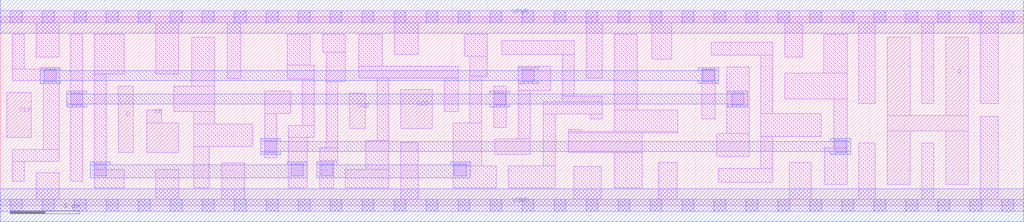
<source format=lef>
# Copyright 2020 The SkyWater PDK Authors
#
# Licensed under the Apache License, Version 2.0 (the "License");
# you may not use this file except in compliance with the License.
# You may obtain a copy of the License at
#
#     https://www.apache.org/licenses/LICENSE-2.0
#
# Unless required by applicable law or agreed to in writing, software
# distributed under the License is distributed on an "AS IS" BASIS,
# WITHOUT WARRANTIES OR CONDITIONS OF ANY KIND, either express or implied.
# See the License for the specific language governing permissions and
# limitations under the License.
#
# SPDX-License-Identifier: Apache-2.0

VERSION 5.7 ;
  NAMESCASESENSITIVE ON ;
  NOWIREEXTENSIONATPIN ON ;
  DIVIDERCHAR "/" ;
  BUSBITCHARS "[]" ;
UNITS
  DATABASE MICRONS 200 ;
END UNITS
MACRO sky130_fd_sc_hd__sedfxtp_4
  CLASS CORE ;
  SOURCE USER ;
  FOREIGN sky130_fd_sc_hd__sedfxtp_4 ;
  ORIGIN  0.000000  0.000000 ;
  SIZE  14.72000 BY  2.720000 ;
  SYMMETRY X Y R90 ;
  SITE unithd ;
  PIN D
    ANTENNAGATEAREA  0.159000 ;
    DIRECTION INPUT ;
    USE SIGNAL ;
    PORT
      LAYER li1 ;
        RECT 1.695000 0.765000 1.915000 1.720000 ;
    END
  END D
  PIN DE
    ANTENNAGATEAREA  0.318000 ;
    DIRECTION INPUT ;
    USE SIGNAL ;
    PORT
      LAYER li1 ;
        RECT 2.110000 0.765000 2.565000 1.185000 ;
        RECT 2.110000 1.185000 2.325000 1.370000 ;
    END
  END DE
  PIN Q
    ANTENNADIFFAREA  0.891000 ;
    DIRECTION OUTPUT ;
    USE SIGNAL ;
    PORT
      LAYER li1 ;
        RECT 12.755000 0.305000 13.085000 1.070000 ;
        RECT 12.755000 1.070000 13.925000 1.295000 ;
        RECT 12.755000 1.295000 13.085000 2.420000 ;
        RECT 13.595000 0.305000 13.925000 1.070000 ;
        RECT 13.595000 1.295000 13.925000 2.420000 ;
    END
  END Q
  PIN SCD
    ANTENNAGATEAREA  0.159000 ;
    DIRECTION INPUT ;
    USE SIGNAL ;
    PORT
      LAYER li1 ;
        RECT 5.760000 1.105000 6.215000 1.665000 ;
    END
  END SCD
  PIN SCE
    ANTENNAGATEAREA  0.318000 ;
    DIRECTION INPUT ;
    USE SIGNAL ;
    PORT
      LAYER li1 ;
        RECT 5.025000 1.105000 5.250000 1.615000 ;
    END
  END SCE
  PIN CLK
    ANTENNAGATEAREA  0.159000 ;
    DIRECTION INPUT ;
    USE CLOCK ;
    PORT
      LAYER li1 ;
        RECT 0.095000 0.975000 0.445000 1.625000 ;
    END
  END CLK
  PIN VGND
    DIRECTION INOUT ;
    SHAPE ABUTMENT ;
    USE GROUND ;
    PORT
      LAYER met1 ;
        RECT 0.000000 -0.240000 14.720000 0.240000 ;
    END
  END VGND
  PIN VPWR
    DIRECTION INOUT ;
    SHAPE ABUTMENT ;
    USE POWER ;
    PORT
      LAYER met1 ;
        RECT 0.000000 2.480000 14.720000 2.960000 ;
    END
  END VPWR
  OBS
    LAYER li1 ;
      RECT  0.000000 -0.085000 14.720000 0.085000 ;
      RECT  0.000000  2.635000 14.720000 2.805000 ;
      RECT  0.175000  0.345000  0.345000 0.635000 ;
      RECT  0.175000  0.635000  0.845000 0.805000 ;
      RECT  0.175000  1.795000  0.845000 1.965000 ;
      RECT  0.175000  1.965000  0.345000 2.465000 ;
      RECT  0.515000  0.085000  0.845000 0.465000 ;
      RECT  0.515000  2.135000  0.845000 2.635000 ;
      RECT  0.615000  0.805000  0.845000 1.795000 ;
      RECT  1.015000  0.345000  1.185000 2.465000 ;
      RECT  1.355000  0.255000  1.785000 0.515000 ;
      RECT  1.355000  0.515000  1.525000 1.890000 ;
      RECT  1.355000  1.890000  1.785000 2.465000 ;
      RECT  2.235000  0.085000  2.565000 0.515000 ;
      RECT  2.235000  1.890000  2.565000 2.635000 ;
      RECT  2.495000  1.355000  3.085000 1.720000 ;
      RECT  2.755000  1.720000  3.085000 2.425000 ;
      RECT  2.780000  0.255000  3.005000 0.845000 ;
      RECT  2.780000  0.845000  3.635000 1.175000 ;
      RECT  2.780000  1.175000  3.085000 1.355000 ;
      RECT  3.185000  0.085000  3.515000 0.610000 ;
      RECT  3.265000  1.825000  3.460000 2.635000 ;
      RECT  3.805000  0.685000  3.975000 1.320000 ;
      RECT  3.805000  1.320000  4.175000 1.650000 ;
      RECT  4.125000  1.820000  4.515000 2.020000 ;
      RECT  4.125000  2.020000  4.455000 2.465000 ;
      RECT  4.145000  0.255000  4.415000 0.980000 ;
      RECT  4.145000  0.980000  4.515000 1.150000 ;
      RECT  4.345000  1.150000  4.515000 1.820000 ;
      RECT  4.595000  0.255000  4.795000 0.645000 ;
      RECT  4.595000  0.645000  4.855000 0.825000 ;
      RECT  4.635000  2.210000  4.965000 2.465000 ;
      RECT  4.685000  0.825000  4.855000 1.785000 ;
      RECT  4.685000  1.785000  4.965000 2.210000 ;
      RECT  4.965000  0.255000  5.590000 0.515000 ;
      RECT  5.155000  1.835000  6.585000 2.005000 ;
      RECT  5.155000  2.005000  5.495000 2.465000 ;
      RECT  5.260000  0.515000  5.590000 0.935000 ;
      RECT  5.420000  0.935000  5.590000 1.835000 ;
      RECT  5.665000  2.175000  6.010000 2.635000 ;
      RECT  5.760000  0.085000  6.010000 0.905000 ;
      RECT  6.385000  1.355000  6.585000 1.835000 ;
      RECT  6.515000  0.255000  7.135000 0.565000 ;
      RECT  6.515000  0.565000  6.925000 1.185000 ;
      RECT  6.675000  2.150000  7.005000 2.465000 ;
      RECT  6.755000  1.185000  6.925000 1.865000 ;
      RECT  6.755000  1.865000  7.005000 2.150000 ;
      RECT  7.095000  1.125000  7.280000 1.720000 ;
      RECT  7.115000  0.735000  7.620000 0.955000 ;
      RECT  7.215000  2.175000  8.255000 2.375000 ;
      RECT  7.305000  0.255000  7.980000 0.565000 ;
      RECT  7.450000  0.955000  7.620000 1.655000 ;
      RECT  7.450000  1.655000  7.915000 2.005000 ;
      RECT  7.810000  0.565000  7.980000 1.315000 ;
      RECT  7.810000  1.315000  8.660000 1.485000 ;
      RECT  8.085000  1.485000  8.660000 1.575000 ;
      RECT  8.085000  1.575000  8.255000 2.175000 ;
      RECT  8.170000  0.765000  9.235000 1.045000 ;
      RECT  8.170000  1.045000  9.745000 1.065000 ;
      RECT  8.170000  1.065000  8.370000 1.095000 ;
      RECT  8.245000  0.085000  8.640000 0.560000 ;
      RECT  8.425000  1.835000  8.660000 2.635000 ;
      RECT  8.490000  1.245000  8.660000 1.315000 ;
      RECT  8.830000  0.255000  9.235000 0.765000 ;
      RECT  8.830000  1.065000  9.745000 1.375000 ;
      RECT  8.830000  1.375000  9.160000 2.465000 ;
      RECT  9.370000  2.105000  9.660000 2.635000 ;
      RECT  9.465000  0.085000  9.740000 0.615000 ;
      RECT 10.090000  1.245000 10.280000 1.965000 ;
      RECT 10.225000  2.165000 11.110000 2.355000 ;
      RECT 10.305000  0.705000 10.770000 1.035000 ;
      RECT 10.325000  0.330000 11.110000 0.535000 ;
      RECT 10.450000  1.035000 10.770000 1.995000 ;
      RECT 10.940000  0.535000 11.110000 0.995000 ;
      RECT 10.940000  0.995000 11.810000 1.325000 ;
      RECT 10.940000  1.325000 11.110000 2.165000 ;
      RECT 11.280000  1.530000 12.180000 1.905000 ;
      RECT 11.280000  2.135000 11.540000 2.635000 ;
      RECT 11.350000  0.085000 11.665000 0.615000 ;
      RECT 11.840000  1.905000 12.180000 2.465000 ;
      RECT 11.850000  0.300000 12.180000 0.825000 ;
      RECT 11.990000  0.825000 12.180000 1.530000 ;
      RECT 12.350000  0.085000 12.585000 0.900000 ;
      RECT 12.350000  1.465000 12.585000 2.635000 ;
      RECT 13.255000  0.085000 13.425000 0.900000 ;
      RECT 13.255000  1.465000 13.425000 2.635000 ;
      RECT 14.095000  0.085000 14.355000 1.280000 ;
      RECT 14.095000  1.465000 14.355000 2.635000 ;
    LAYER mcon ;
      RECT  0.145000 -0.085000  0.315000 0.085000 ;
      RECT  0.145000  2.635000  0.315000 2.805000 ;
      RECT  0.605000 -0.085000  0.775000 0.085000 ;
      RECT  0.605000  2.635000  0.775000 2.805000 ;
      RECT  0.635000  1.785000  0.805000 1.955000 ;
      RECT  1.015000  1.445000  1.185000 1.615000 ;
      RECT  1.065000 -0.085000  1.235000 0.085000 ;
      RECT  1.065000  2.635000  1.235000 2.805000 ;
      RECT  1.355000  0.425000  1.525000 0.595000 ;
      RECT  1.525000 -0.085000  1.695000 0.085000 ;
      RECT  1.525000  2.635000  1.695000 2.805000 ;
      RECT  1.985000 -0.085000  2.155000 0.085000 ;
      RECT  1.985000  2.635000  2.155000 2.805000 ;
      RECT  2.445000 -0.085000  2.615000 0.085000 ;
      RECT  2.445000  2.635000  2.615000 2.805000 ;
      RECT  2.905000 -0.085000  3.075000 0.085000 ;
      RECT  2.905000  2.635000  3.075000 2.805000 ;
      RECT  3.365000 -0.085000  3.535000 0.085000 ;
      RECT  3.365000  2.635000  3.535000 2.805000 ;
      RECT  3.805000  0.765000  3.975000 0.935000 ;
      RECT  3.825000 -0.085000  3.995000 0.085000 ;
      RECT  3.825000  2.635000  3.995000 2.805000 ;
      RECT  4.185000  0.425000  4.355000 0.595000 ;
      RECT  4.285000 -0.085000  4.455000 0.085000 ;
      RECT  4.285000  2.635000  4.455000 2.805000 ;
      RECT  4.615000  0.425000  4.785000 0.595000 ;
      RECT  4.745000 -0.085000  4.915000 0.085000 ;
      RECT  4.745000  2.635000  4.915000 2.805000 ;
      RECT  5.205000 -0.085000  5.375000 0.085000 ;
      RECT  5.205000  2.635000  5.375000 2.805000 ;
      RECT  5.665000 -0.085000  5.835000 0.085000 ;
      RECT  5.665000  2.635000  5.835000 2.805000 ;
      RECT  6.125000 -0.085000  6.295000 0.085000 ;
      RECT  6.125000  2.635000  6.295000 2.805000 ;
      RECT  6.530000  0.425000  6.700000 0.595000 ;
      RECT  6.585000 -0.085000  6.755000 0.085000 ;
      RECT  6.585000  2.635000  6.755000 2.805000 ;
      RECT  7.045000 -0.085000  7.215000 0.085000 ;
      RECT  7.045000  2.635000  7.215000 2.805000 ;
      RECT  7.100000  1.445000  7.270000 1.615000 ;
      RECT  7.505000 -0.085000  7.675000 0.085000 ;
      RECT  7.505000  2.635000  7.675000 2.805000 ;
      RECT  7.510000  1.785000  7.680000 1.955000 ;
      RECT  7.965000 -0.085000  8.135000 0.085000 ;
      RECT  7.965000  2.635000  8.135000 2.805000 ;
      RECT  8.425000 -0.085000  8.595000 0.085000 ;
      RECT  8.425000  2.635000  8.595000 2.805000 ;
      RECT  8.885000 -0.085000  9.055000 0.085000 ;
      RECT  8.885000  2.635000  9.055000 2.805000 ;
      RECT  9.345000 -0.085000  9.515000 0.085000 ;
      RECT  9.345000  2.635000  9.515000 2.805000 ;
      RECT  9.805000 -0.085000  9.975000 0.085000 ;
      RECT  9.805000  2.635000  9.975000 2.805000 ;
      RECT 10.100000  1.785000 10.270000 1.955000 ;
      RECT 10.265000 -0.085000 10.435000 0.085000 ;
      RECT 10.265000  2.635000 10.435000 2.805000 ;
      RECT 10.520000  1.445000 10.690000 1.615000 ;
      RECT 10.725000 -0.085000 10.895000 0.085000 ;
      RECT 10.725000  2.635000 10.895000 2.805000 ;
      RECT 11.185000 -0.085000 11.355000 0.085000 ;
      RECT 11.185000  2.635000 11.355000 2.805000 ;
      RECT 11.645000 -0.085000 11.815000 0.085000 ;
      RECT 11.645000  2.635000 11.815000 2.805000 ;
      RECT 12.000000  0.765000 12.170000 0.935000 ;
      RECT 12.105000 -0.085000 12.275000 0.085000 ;
      RECT 12.105000  2.635000 12.275000 2.805000 ;
      RECT 12.565000 -0.085000 12.735000 0.085000 ;
      RECT 12.565000  2.635000 12.735000 2.805000 ;
      RECT 13.025000 -0.085000 13.195000 0.085000 ;
      RECT 13.025000  2.635000 13.195000 2.805000 ;
      RECT 13.485000 -0.085000 13.655000 0.085000 ;
      RECT 13.485000  2.635000 13.655000 2.805000 ;
      RECT 13.945000 -0.085000 14.115000 0.085000 ;
      RECT 13.945000  2.635000 14.115000 2.805000 ;
      RECT 14.405000 -0.085000 14.575000 0.085000 ;
      RECT 14.405000  2.635000 14.575000 2.805000 ;
    LAYER met1 ;
      RECT  0.575000 1.755000  0.865000 1.800000 ;
      RECT  0.575000 1.800000 10.330000 1.940000 ;
      RECT  0.575000 1.940000  0.865000 1.985000 ;
      RECT  0.955000 1.415000  1.245000 1.460000 ;
      RECT  0.955000 1.460000 10.750000 1.600000 ;
      RECT  0.955000 1.600000  1.245000 1.645000 ;
      RECT  1.295000 0.395000  4.415000 0.580000 ;
      RECT  1.295000 0.580000  1.585000 0.625000 ;
      RECT  3.745000 0.735000  4.035000 0.780000 ;
      RECT  3.745000 0.780000 12.230000 0.920000 ;
      RECT  3.745000 0.920000  4.035000 0.965000 ;
      RECT  4.125000 0.580000  4.415000 0.625000 ;
      RECT  4.555000 0.395000  6.760000 0.580000 ;
      RECT  4.555000 0.580000  4.845000 0.625000 ;
      RECT  6.470000 0.580000  6.760000 0.625000 ;
      RECT  7.040000 1.415000  7.330000 1.460000 ;
      RECT  7.040000 1.600000  7.330000 1.645000 ;
      RECT  7.450000 1.755000  7.740000 1.800000 ;
      RECT  7.450000 1.940000  7.740000 1.985000 ;
      RECT 10.040000 1.755000 10.330000 1.800000 ;
      RECT 10.040000 1.940000 10.330000 1.985000 ;
      RECT 10.460000 1.415000 10.750000 1.460000 ;
      RECT 10.460000 1.600000 10.750000 1.645000 ;
      RECT 11.940000 0.735000 12.230000 0.780000 ;
      RECT 11.940000 0.920000 12.230000 0.965000 ;
  END
END sky130_fd_sc_hd__sedfxtp_4
END LIBRARY

</source>
